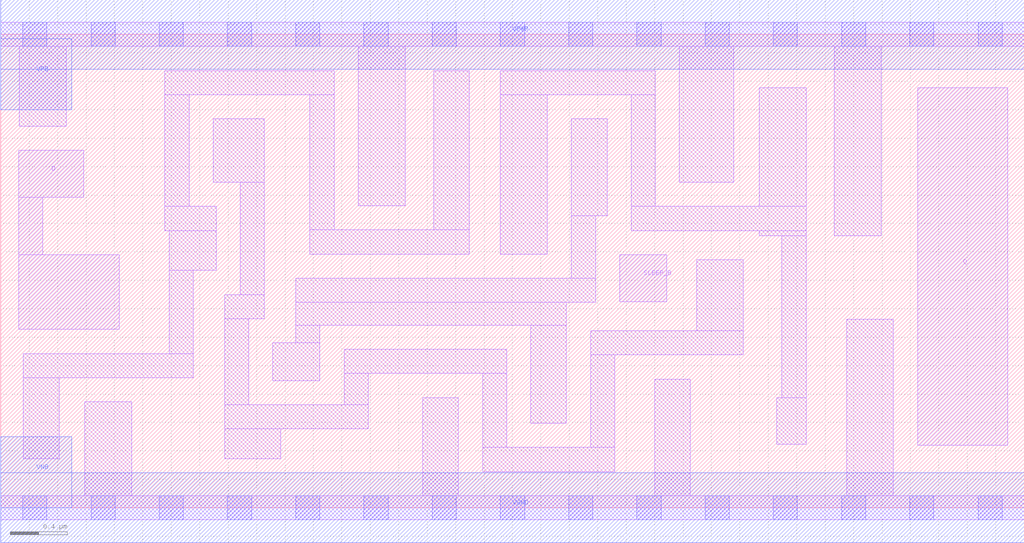
<source format=lef>
# Copyright 2020 The SkyWater PDK Authors
#
# Licensed under the Apache License, Version 2.0 (the "License");
# you may not use this file except in compliance with the License.
# You may obtain a copy of the License at
#
#     https://www.apache.org/licenses/LICENSE-2.0
#
# Unless required by applicable law or agreed to in writing, software
# distributed under the License is distributed on an "AS IS" BASIS,
# WITHOUT WARRANTIES OR CONDITIONS OF ANY KIND, either express or implied.
# See the License for the specific language governing permissions and
# limitations under the License.
#
# SPDX-License-Identifier: Apache-2.0

VERSION 5.5 ;
NAMESCASESENSITIVE ON ;
BUSBITCHARS "[]" ;
DIVIDERCHAR "/" ;
MACRO sky130_fd_sc_lp__inputisolatch_lp
  CLASS CORE ;
  SOURCE USER ;
  ORIGIN  0.000000  0.000000 ;
  SIZE  7.200000 BY  3.330000 ;
  SYMMETRY X Y R90 ;
  SITE unit ;
  PIN D
    ANTENNAGATEAREA  0.126000 ;
    DIRECTION INPUT ;
    USE SIGNAL ;
    PORT
      LAYER li1 ;
        RECT 0.125000 1.255000 0.835000 1.780000 ;
        RECT 0.125000 1.780000 0.295000 2.185000 ;
        RECT 0.125000 2.185000 0.585000 2.515000 ;
    END
  END D
  PIN Q
    ANTENNADIFFAREA  0.459700 ;
    DIRECTION OUTPUT ;
    USE SIGNAL ;
    PORT
      LAYER li1 ;
        RECT 6.450000 0.440000 7.085000 2.955000 ;
    END
  END Q
  PIN SLEEP_B
    ANTENNAGATEAREA  0.222000 ;
    DIRECTION INPUT ;
    USE CLOCK ;
    PORT
      LAYER li1 ;
        RECT 4.355000 1.450000 4.685000 1.780000 ;
    END
  END SLEEP_B
  PIN VGND
    DIRECTION INOUT ;
    USE GROUND ;
    PORT
      LAYER met1 ;
        RECT 0.000000 -0.245000 7.200000 0.245000 ;
    END
  END VGND
  PIN VNB
    DIRECTION INOUT ;
    USE GROUND ;
    PORT
      LAYER met1 ;
        RECT 0.000000 0.000000 0.500000 0.500000 ;
    END
  END VNB
  PIN VPB
    DIRECTION INOUT ;
    USE POWER ;
    PORT
      LAYER met1 ;
        RECT 0.000000 2.800000 0.500000 3.300000 ;
    END
  END VPB
  PIN VPWR
    DIRECTION INOUT ;
    USE POWER ;
    PORT
      LAYER met1 ;
        RECT 0.000000 3.085000 7.200000 3.575000 ;
    END
  END VPWR
  OBS
    LAYER li1 ;
      RECT 0.000000 -0.085000 7.200000 0.085000 ;
      RECT 0.000000  3.245000 7.200000 3.415000 ;
      RECT 0.130000  2.685000 0.460000 3.245000 ;
      RECT 0.160000  0.345000 0.410000 0.915000 ;
      RECT 0.160000  0.915000 1.355000 1.085000 ;
      RECT 0.590000  0.085000 0.920000 0.745000 ;
      RECT 1.155000  1.950000 1.515000 2.120000 ;
      RECT 1.155000  2.120000 1.325000 2.905000 ;
      RECT 1.155000  2.905000 2.345000 3.075000 ;
      RECT 1.185000  1.085000 1.355000 1.670000 ;
      RECT 1.185000  1.670000 1.515000 1.950000 ;
      RECT 1.495000  2.290000 1.855000 2.735000 ;
      RECT 1.575000  0.345000 1.970000 0.555000 ;
      RECT 1.575000  0.555000 2.585000 0.725000 ;
      RECT 1.575000  0.725000 1.745000 1.330000 ;
      RECT 1.575000  1.330000 1.855000 1.500000 ;
      RECT 1.685000  1.500000 1.855000 2.290000 ;
      RECT 1.915000  0.895000 2.245000 1.160000 ;
      RECT 2.075000  1.160000 2.245000 1.285000 ;
      RECT 2.075000  1.285000 3.980000 1.445000 ;
      RECT 2.075000  1.445000 4.185000 1.615000 ;
      RECT 2.175000  1.785000 3.295000 1.955000 ;
      RECT 2.175000  1.955000 2.345000 2.905000 ;
      RECT 2.415000  0.725000 2.585000 0.945000 ;
      RECT 2.415000  0.945000 3.560000 1.115000 ;
      RECT 2.515000  2.125000 2.845000 3.245000 ;
      RECT 2.970000  0.085000 3.220000 0.775000 ;
      RECT 3.045000  1.955000 3.295000 3.075000 ;
      RECT 3.390000  0.255000 4.320000 0.425000 ;
      RECT 3.390000  0.425000 3.560000 0.945000 ;
      RECT 3.515000  1.785000 3.845000 2.905000 ;
      RECT 3.515000  2.905000 4.605000 3.075000 ;
      RECT 3.730000  0.595000 3.980000 1.285000 ;
      RECT 4.015000  1.615000 4.185000 2.055000 ;
      RECT 4.015000  2.055000 4.265000 2.735000 ;
      RECT 4.150000  0.425000 4.320000 1.075000 ;
      RECT 4.150000  1.075000 5.225000 1.245000 ;
      RECT 4.435000  1.950000 5.665000 2.120000 ;
      RECT 4.435000  2.120000 4.605000 2.905000 ;
      RECT 4.600000  0.085000 4.850000 0.905000 ;
      RECT 4.775000  2.290000 5.155000 3.245000 ;
      RECT 4.895000  1.245000 5.225000 1.745000 ;
      RECT 5.335000  1.915000 5.665000 1.950000 ;
      RECT 5.335000  2.120000 5.665000 2.955000 ;
      RECT 5.460000  0.445000 5.665000 0.775000 ;
      RECT 5.495000  0.775000 5.665000 1.915000 ;
      RECT 5.865000  1.915000 6.195000 3.245000 ;
      RECT 5.950000  0.085000 6.280000 1.325000 ;
    LAYER mcon ;
      RECT 0.155000 -0.085000 0.325000 0.085000 ;
      RECT 0.155000  3.245000 0.325000 3.415000 ;
      RECT 0.635000 -0.085000 0.805000 0.085000 ;
      RECT 0.635000  3.245000 0.805000 3.415000 ;
      RECT 1.115000 -0.085000 1.285000 0.085000 ;
      RECT 1.115000  3.245000 1.285000 3.415000 ;
      RECT 1.595000 -0.085000 1.765000 0.085000 ;
      RECT 1.595000  3.245000 1.765000 3.415000 ;
      RECT 2.075000 -0.085000 2.245000 0.085000 ;
      RECT 2.075000  3.245000 2.245000 3.415000 ;
      RECT 2.555000 -0.085000 2.725000 0.085000 ;
      RECT 2.555000  3.245000 2.725000 3.415000 ;
      RECT 3.035000 -0.085000 3.205000 0.085000 ;
      RECT 3.035000  3.245000 3.205000 3.415000 ;
      RECT 3.515000 -0.085000 3.685000 0.085000 ;
      RECT 3.515000  3.245000 3.685000 3.415000 ;
      RECT 3.995000 -0.085000 4.165000 0.085000 ;
      RECT 3.995000  3.245000 4.165000 3.415000 ;
      RECT 4.475000 -0.085000 4.645000 0.085000 ;
      RECT 4.475000  3.245000 4.645000 3.415000 ;
      RECT 4.955000 -0.085000 5.125000 0.085000 ;
      RECT 4.955000  3.245000 5.125000 3.415000 ;
      RECT 5.435000 -0.085000 5.605000 0.085000 ;
      RECT 5.435000  3.245000 5.605000 3.415000 ;
      RECT 5.915000 -0.085000 6.085000 0.085000 ;
      RECT 5.915000  3.245000 6.085000 3.415000 ;
      RECT 6.395000 -0.085000 6.565000 0.085000 ;
      RECT 6.395000  3.245000 6.565000 3.415000 ;
      RECT 6.875000 -0.085000 7.045000 0.085000 ;
      RECT 6.875000  3.245000 7.045000 3.415000 ;
  END
END sky130_fd_sc_lp__inputisolatch_lp

</source>
